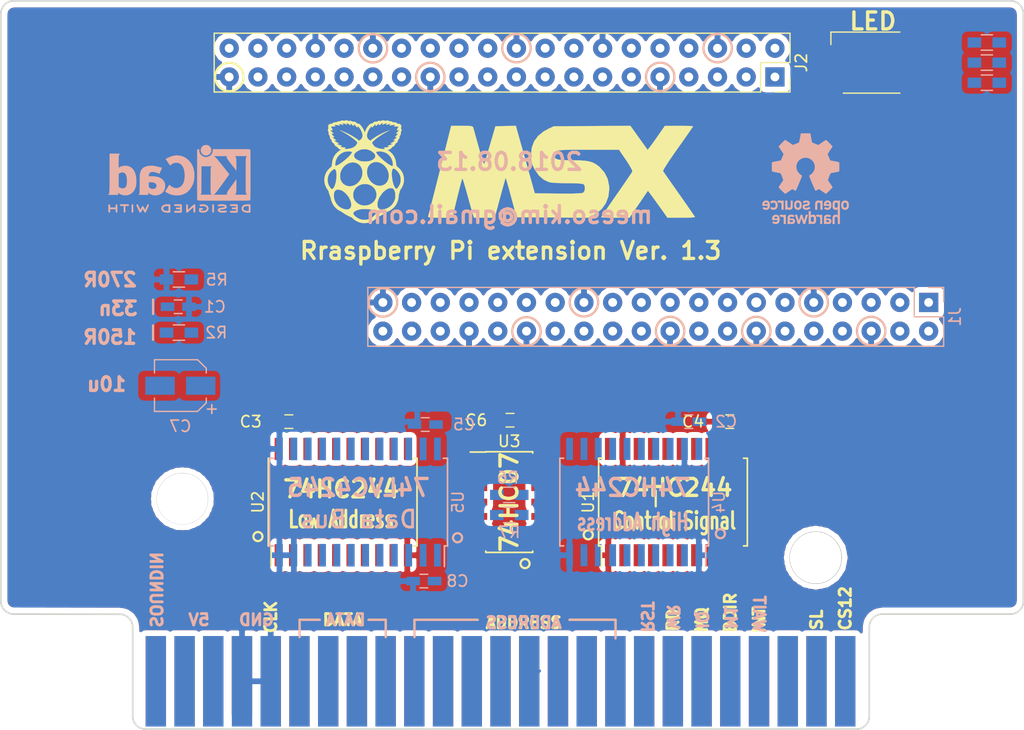
<source format=kicad_pcb>
(kicad_pcb (version 4) (host pcbnew 4.0.7)
  (layers (0 F.Cu mixed hide) (31 B.Cu mixed hide) (34 B.Paste user hide) (35 F.Paste user hide) (36 B.SilkS user) (37 F.SilkS user) (38 B.Mask user hide) (39 F.Mask user hide) (44 Edge.Cuts user))
  (net 0 "")
  (net 1 GND)
  (net 2 +5V)
  (net 3 /RD3)
  (net 4 /RD4)
  (net 5 /RD6)
  (net 6 /RD7)
  (net 7 /RD0)
  (net 8 /RD1)
  (net 9 /RD2)
  (net 10 /RD5)
  (net 11 /WAIT)
  (net 12 /INT)
  (net 13 /BUSDIR)
  (net 14 /IORQ)
  (net 15 /MREQ)
  (net 16 /WR)
  (net 17 /RD)
  (net 18 /RESET)
  (net 19 /A9)
  (net 20 /A15)
  (net 21 /A11)
  (net 22 /A10)
  (net 23 /A7)
  (net 24 /A6)
  (net 25 /A12)
  (net 26 /A8)
  (net 27 /A14)
  (net 28 /A13)
  (net 29 /A1)
  (net 30 /A0)
  (net 31 /A3)
  (net 32 /A2)
  (net 33 /A5)
  (net 34 /A4)
  (net 35 /D1)
  (net 36 /D0)
  (net 37 /D3)
  (net 38 /D2)
  (net 39 /D5)
  (net 40 /D4)
  (net 41 /D7)
  (net 42 /D6)
  (net 43 /CLK)
  (net 44 +3V3)
  (net 45 "Net-(P1-Pad5)")
  (net 46 "Net-(P1-Pad16)")
  (net 47 /RA8)
  (net 48 /RA10)
  (net 49 /RA11)
  (net 50 /RA15)
  (net 51 /RA12)
  (net 52 /RA9)
  (net 53 /RA13)
  (net 54 /RA14)
  (net 55 "Net-(P1-Pad1)")
  (net 56 "Net-(P1-Pad2)")
  (net 57 "Net-(P1-Pad3)")
  (net 58 /SLTSL)
  (net 59 "Net-(P1-Pad6)")
  (net 60 "Net-(P1-Pad44)")
  (net 61 "Net-(P1-Pad48)")
  (net 62 "Net-(P1-Pad50)")
  (net 63 /M1)
  (net 64 /RC17)
  (net 65 /RC18)
  (net 66 /RC27)
  (net 67 /RC23)
  (net 68 /RC24)
  (net 69 /RC25)
  (net 70 /RC19)
  (net 71 /RC16)
  (net 72 /RC26)
  (net 73 /RC20)
  (net 74 /SOUNDIN)
  (net 75 "Net-(D1-Pad4)")
  (net 76 "Net-(D1-Pad5)")
  (net 77 "Net-(D1-Pad6)")
  (net 78 /DAT_EN)
  (net 79 /DAT_DIR)
  (net 80 "Net-(U4-Pad8)")
  (net 81 "Net-(U4-Pad9)")
  (net 82 "Net-(U4-Pad12)")
  (net 83 /RC21)
  (net 84 /ADDR)
  (net 85 "Net-(J2-Pad2)")
  (net 86 "Net-(J2-Pad4)")
  (net 87 "Net-(C6-Pad1)")
  (module MSX:card_edge_connector (layer F.Cu) (at 156.21 106.68)
    (fp_text reference P1 hide)
    (fp_text value CONN_02X25)
    (pad "" np_thru_hole circle (at 29.12364 -7.78256) (size 4.5 4.5) (drill 4.5) (layers *.Cu *.Mask F.SilkS) (clearance 0.5))
    (pad 1 connect rect (at 31.73984 3.14744) (size 1.8 8) (layers B.Cu B.Mask) (net 55 "Net-(P1-Pad1)"))
    (pad 2 connect rect (at 31.73984 3.14744) (size 1.8 8) (layers F.Cu F.Mask) (net 56 "Net-(P1-Pad2)"))
    (pad 3 connect rect (at 29.19984 3.14744) (size 1.8 8) (layers B.Cu B.Mask) (net 57 "Net-(P1-Pad3)"))
    (pad 4 connect rect (at 29.19984 3.14744) (size 1.8 8) (layers F.Cu F.Mask) (net 58 /SLTSL))
    (pad 5 connect rect (at 26.65984 3.14744) (size 1.8 8) (layers B.Cu B.Mask) (net 45 "Net-(P1-Pad5)"))
    (pad 6 connect rect (at 26.65984 3.14744) (size 1.8 8) (layers F.Cu F.Mask) (net 59 "Net-(P1-Pad6)"))
    (pad 7 connect rect (at 24.11984 3.14744) (size 1.8 8) (layers B.Cu B.Mask) (net 11 /WAIT))
    (pad 8 connect rect (at 24.11984 3.14744) (size 1.8 8) (layers F.Cu F.Mask) (net 12 /INT))
    (pad 9 connect rect (at 21.57984 3.14744) (size 1.8 8) (layers B.Cu B.Mask) (net 63 /M1))
    (pad 10 connect rect (at 21.57984 3.14744) (size 1.8 8) (layers F.Cu F.Mask) (net 13 /BUSDIR))
    (pad 11 connect rect (at 19.03984 3.14744) (size 1.8 8) (layers B.Cu B.Mask) (net 14 /IORQ))
    (pad 12 connect rect (at 19.03984 3.14744) (size 1.8 8) (layers F.Cu F.Mask) (net 15 /MREQ))
    (pad 13 connect rect (at 16.49984 3.14744) (size 1.8 8) (layers B.Cu B.Mask) (net 16 /WR))
    (pad 14 connect rect (at 16.49984 3.14744) (size 1.8 8) (layers F.Cu F.Mask) (net 17 /RD))
    (pad 15 connect rect (at 13.95984 3.14744) (size 1.8 8) (layers B.Cu B.Mask) (net 18 /RESET))
    (pad 16 connect rect (at 13.95984 3.14744) (size 1.8 8) (layers F.Cu F.Mask) (net 46 "Net-(P1-Pad16)"))
    (pad 17 connect rect (at 11.41984 3.14744) (size 1.8 8) (layers B.Cu B.Mask) (net 19 /A9))
    (pad 18 connect rect (at 11.41984 3.14744) (size 1.8 8) (layers F.Cu F.Mask) (net 20 /A15))
    (pad 19 connect rect (at 8.87984 3.14744) (size 1.8 8) (layers B.Cu B.Mask) (net 21 /A11))
    (pad 20 connect rect (at 8.87984 3.14744) (size 1.8 8) (layers F.Cu F.Mask) (net 22 /A10))
    (pad 21 connect rect (at 6.33984 3.14744) (size 1.8 8) (layers B.Cu B.Mask) (net 23 /A7))
    (pad 22 connect rect (at 6.33984 3.14744) (size 1.8 8) (layers F.Cu F.Mask) (net 24 /A6))
    (pad 23 connect rect (at 3.79984 3.14744) (size 1.8 8) (layers B.Cu B.Mask) (net 25 /A12))
    (pad 24 connect rect (at 3.79984 3.14744) (size 1.8 8) (layers F.Cu F.Mask) (net 26 /A8))
    (pad 25 connect rect (at 1.25984 3.14744) (size 1.8 8) (layers B.Cu B.Mask) (net 27 /A14))
    (pad 26 connect rect (at 1.25984 3.14744) (size 1.8 8) (layers F.Cu F.Mask) (net 28 /A13))
    (pad 27 connect rect (at -1.28016 3.14744) (size 1.8 8) (layers B.Cu B.Mask) (net 29 /A1))
    (pad 28 connect rect (at -1.28016 3.14744) (size 1.8 8) (layers F.Cu F.Mask) (net 30 /A0))
    (pad 29 connect rect (at -3.82016 3.14744) (size 1.8 8) (layers B.Cu B.Mask) (net 31 /A3))
    (pad 30 connect rect (at -3.82016 3.14744) (size 1.8 8) (layers F.Cu F.Mask) (net 32 /A2))
    (pad 31 connect rect (at -6.36016 3.14744) (size 1.8 8) (layers B.Cu B.Mask) (net 33 /A5))
    (pad 32 connect rect (at -6.36016 3.14744) (size 1.8 8) (layers F.Cu F.Mask) (net 34 /A4))
    (pad 33 connect rect (at -8.90016 3.14744) (size 1.8 8) (layers B.Cu B.Mask) (net 35 /D1))
    (pad 34 connect rect (at -8.90016 3.14744) (size 1.8 8) (layers F.Cu F.Mask) (net 36 /D0))
    (pad 35 connect rect (at -11.44016 3.14744) (size 1.8 8) (layers B.Cu B.Mask) (net 37 /D3))
    (pad 36 connect rect (at -11.44016 3.14744) (size 1.8 8) (layers F.Cu F.Mask) (net 38 /D2))
    (pad 37 connect rect (at -13.98016 3.14744) (size 1.8 8) (layers B.Cu B.Mask) (net 39 /D5))
    (pad 38 connect rect (at -13.98016 3.14744) (size 1.8 8) (layers F.Cu F.Mask) (net 40 /D4))
    (pad 39 connect rect (at -16.52016 3.14744) (size 1.8 8) (layers B.Cu B.Mask) (net 41 /D7))
    (pad 40 connect rect (at -16.52016 3.14744) (size 1.8 8) (layers F.Cu F.Mask) (net 42 /D6))
    (pad 41 connect rect (at -19.06016 3.14744) (size 1.8 8) (layers B.Cu B.Mask) (net 1 GND))
    (pad 42 connect rect (at -19.06016 3.14744) (size 1.8 8) (layers F.Cu F.Mask) (net 43 /CLK))
    (pad 43 connect rect (at -21.60016 3.14744) (size 1.8 8) (layers B.Cu B.Mask) (net 1 GND))
    (pad 44 connect rect (at -21.60524 2.65468) (size 1.8 7) (layers F.Cu F.Mask) (net 60 "Net-(P1-Pad44)"))
    (pad 45 connect rect (at -24.14016 3.14744) (size 1.8 8) (layers B.Cu B.Mask) (net 2 +5V))
    (pad 46 connect rect (at -24.14016 3.14744) (size 1.8 8) (layers F.Cu F.Mask) (net 60 "Net-(P1-Pad44)"))
    (pad 47 connect rect (at -26.68016 3.14744) (size 1.8 8) (layers B.Cu B.Mask) (net 2 +5V))
    (pad 48 connect rect (at -26.68016 3.14744) (size 1.8 8) (layers F.Cu F.Mask) (net 61 "Net-(P1-Pad48)"))
    (pad 49 connect rect (at -29.22016 3.14744) (size 1.8 8) (layers B.Cu B.Mask) (net 74 /SOUNDIN))
    (pad 50 connect rect (at -29.22016 3.14744) (size 1.8 8) (layers F.Cu F.Mask) (net 62 "Net-(P1-Pad50)"))
    (pad "" np_thru_hole circle (at -26.87574 -12.98448) (size 4.5 4.5) (drill 4.5) (layers *.Cu *.Mask F.SilkS) (clearance 0.5))
  )
  (module Socket_Strips:Socket_Strip_Straight_2x20_Pitch2.54mm (layer F.Cu) (at 181.737 56.388 270)
    (fp_text reference J2 (at -1.27 -2.33 270) (layer F.SilkS))
    (fp_text value RPi_GPIO)
    (pad 1 thru_hole rect (at 0 0 270) (size 1.7 1.7) (drill 0.78) (layers *.Cu *.Mask) (net 44 +3V3))
    (pad 2 thru_hole oval (at -2.54 0 270) (size 1.7 1.7) (drill 0.78) (layers *.Cu *.Mask) (net 85 "Net-(J2-Pad2)"))
    (pad 3 thru_hole oval (at 0 2.54 270) (size 1.7 1.7) (drill 0.78) (layers *.Cu *.Mask) (net 9 /RD2))
    (pad 4 thru_hole oval (at -2.54 2.54 270) (size 1.7 1.7) (drill 0.78) (layers *.Cu *.Mask) (net 86 "Net-(J2-Pad4)"))
    (pad 5 thru_hole oval (at 0 5.08 270) (size 1.7 1.7) (drill 0.78) (layers *.Cu *.Mask) (net 3 /RD3))
    (pad 6 thru_hole oval (at -2.54 5.08 270) (size 1.7 1.7) (drill 0.78) (layers *.Cu *.Mask) (net 1 GND))
    (pad 7 thru_hole oval (at 0 7.62 270) (size 1.7 1.7) (drill 0.78) (layers *.Cu *.Mask) (net 4 /RD4))
    (pad 8 thru_hole oval (at -2.54 7.62 270) (size 1.7 1.7) (drill 0.78) (layers *.Cu *.Mask) (net 54 /RA14))
    (pad 9 thru_hole oval (at 0 10.16 270) (size 1.7 1.7) (drill 0.78) (layers *.Cu *.Mask) (net 1 GND))
    (pad 10 thru_hole oval (at -2.54 10.16 270) (size 1.7 1.7) (drill 0.78) (layers *.Cu *.Mask) (net 50 /RA15))
    (pad 11 thru_hole oval (at 0 12.7 270) (size 1.7 1.7) (drill 0.78) (layers *.Cu *.Mask) (net 64 /RC17))
    (pad 12 thru_hole oval (at -2.54 12.7 270) (size 1.7 1.7) (drill 0.78) (layers *.Cu *.Mask) (net 65 /RC18))
    (pad 13 thru_hole oval (at 0 15.24 270) (size 1.7 1.7) (drill 0.78) (layers *.Cu *.Mask) (net 66 /RC27))
    (pad 14 thru_hole oval (at -2.54 15.24 270) (size 1.7 1.7) (drill 0.78) (layers *.Cu *.Mask) (net 1 GND))
    (pad 15 thru_hole oval (at 0 17.78 270) (size 1.7 1.7) (drill 0.78) (layers *.Cu *.Mask) (net 84 /ADDR))
    (pad 16 thru_hole oval (at -2.54 17.78 270) (size 1.7 1.7) (drill 0.78) (layers *.Cu *.Mask) (net 67 /RC23))
    (pad 17 thru_hole oval (at 0 20.32 270) (size 1.7 1.7) (drill 0.78) (layers *.Cu *.Mask) (net 44 +3V3))
    (pad 18 thru_hole oval (at -2.54 20.32 270) (size 1.7 1.7) (drill 0.78) (layers *.Cu *.Mask) (net 68 /RC24))
    (pad 19 thru_hole oval (at 0 22.86 270) (size 1.7 1.7) (drill 0.78) (layers *.Cu *.Mask) (net 48 /RA10))
    (pad 20 thru_hole oval (at -2.54 22.86 270) (size 1.7 1.7) (drill 0.78) (layers *.Cu *.Mask) (net 1 GND))
    (pad 21 thru_hole oval (at 0 25.4 270) (size 1.7 1.7) (drill 0.78) (layers *.Cu *.Mask) (net 52 /RA9))
    (pad 22 thru_hole oval (at -2.54 25.4 270) (size 1.7 1.7) (drill 0.78) (layers *.Cu *.Mask) (net 69 /RC25))
    (pad 23 thru_hole oval (at 0 27.94 270) (size 1.7 1.7) (drill 0.78) (layers *.Cu *.Mask) (net 49 /RA11))
    (pad 24 thru_hole oval (at -2.54 27.94 270) (size 1.7 1.7) (drill 0.78) (layers *.Cu *.Mask) (net 47 /RA8))
    (pad 25 thru_hole oval (at 0 30.48 270) (size 1.7 1.7) (drill 0.78) (layers *.Cu *.Mask) (net 1 GND))
    (pad 26 thru_hole oval (at -2.54 30.48 270) (size 1.7 1.7) (drill 0.78) (layers *.Cu *.Mask) (net 6 /RD7))
    (pad 27 thru_hole oval (at 0 33.02 270) (size 1.7 1.7) (drill 0.78) (layers *.Cu *.Mask) (net 7 /RD0))
    (pad 28 thru_hole oval (at -2.54 33.02 270) (size 1.7 1.7) (drill 0.78) (layers *.Cu *.Mask) (net 8 /RD1))
    (pad 29 thru_hole oval (at 0 35.56 270) (size 1.7 1.7) (drill 0.78) (layers *.Cu *.Mask) (net 10 /RD5))
    (pad 30 thru_hole oval (at -2.54 35.56 270) (size 1.7 1.7) (drill 0.78) (layers *.Cu *.Mask) (net 1 GND))
    (pad 31 thru_hole oval (at 0 38.1 270) (size 1.7 1.7) (drill 0.78) (layers *.Cu *.Mask) (net 5 /RD6))
    (pad 32 thru_hole oval (at -2.54 38.1 270) (size 1.7 1.7) (drill 0.78) (layers *.Cu *.Mask) (net 51 /RA12))
    (pad 33 thru_hole oval (at 0 40.64 270) (size 1.7 1.7) (drill 0.78) (layers *.Cu *.Mask) (net 53 /RA13))
    (pad 34 thru_hole oval (at -2.54 40.64 270) (size 1.7 1.7) (drill 0.78) (layers *.Cu *.Mask) (net 1 GND))
    (pad 35 thru_hole oval (at 0 43.18 270) (size 1.7 1.7) (drill 0.78) (layers *.Cu *.Mask) (net 70 /RC19))
    (pad 36 thru_hole oval (at -2.54 43.18 270) (size 1.7 1.7) (drill 0.78) (layers *.Cu *.Mask) (net 71 /RC16))
    (pad 37 thru_hole oval (at 0 45.72 270) (size 1.7 1.7) (drill 0.78) (layers *.Cu *.Mask) (net 72 /RC26))
    (pad 38 thru_hole oval (at -2.54 45.72 270) (size 1.7 1.7) (drill 0.78) (layers *.Cu *.Mask) (net 73 /RC20))
    (pad 39 thru_hole oval (at 0 48.26 270) (size 1.7 1.7) (drill 0.78) (layers *.Cu *.Mask) (net 1 GND))
    (pad 40 thru_hole oval (at -2.54 48.26 270) (size 1.7 1.7) (drill 0.78) (layers *.Cu *.Mask) (net 83 /RC21))
  )
  (module Socket_Strips:Socket_Strip_Straight_2x20_Pitch2.54mm (layer B.Cu) (at 195.326 76.327 90)
    (fp_text reference J1 (at -1.27 2.33 90) (layer B.SilkS) (effects (justify mirror)))
    (fp_text value RPi_GPIO)
    (pad 1 thru_hole rect (at 0 0 90) (size 1.7 1.7) (drill 0.78) (layers *.Cu *.Mask) (net 44 +3V3))
    (pad 2 thru_hole oval (at -2.54 0 90) (size 1.7 1.7) (drill 0.78) (layers *.Cu *.Mask) (net 2 +5V))
    (pad 3 thru_hole oval (at 0 -2.54 90) (size 1.7 1.7) (drill 0.78) (layers *.Cu *.Mask) (net 9 /RD2))
    (pad 4 thru_hole oval (at -2.54 -2.54 90) (size 1.7 1.7) (drill 0.78) (layers *.Cu *.Mask) (net 2 +5V))
    (pad 5 thru_hole oval (at 0 -5.08 90) (size 1.7 1.7) (drill 0.78) (layers *.Cu *.Mask) (net 3 /RD3))
    (pad 6 thru_hole oval (at -2.54 -5.08 90) (size 1.7 1.7) (drill 0.78) (layers *.Cu *.Mask) (net 1 GND))
    (pad 7 thru_hole oval (at 0 -7.62 90) (size 1.7 1.7) (drill 0.78) (layers *.Cu *.Mask) (net 4 /RD4))
    (pad 8 thru_hole oval (at -2.54 -7.62 90) (size 1.7 1.7) (drill 0.78) (layers *.Cu *.Mask) (net 54 /RA14))
    (pad 9 thru_hole oval (at 0 -10.16 90) (size 1.7 1.7) (drill 0.78) (layers *.Cu *.Mask) (net 1 GND))
    (pad 10 thru_hole oval (at -2.54 -10.16 90) (size 1.7 1.7) (drill 0.78) (layers *.Cu *.Mask) (net 50 /RA15))
    (pad 11 thru_hole oval (at 0 -12.7 90) (size 1.7 1.7) (drill 0.78) (layers *.Cu *.Mask) (net 64 /RC17))
    (pad 12 thru_hole oval (at -2.54 -12.7 90) (size 1.7 1.7) (drill 0.78) (layers *.Cu *.Mask) (net 65 /RC18))
    (pad 13 thru_hole oval (at 0 -15.24 90) (size 1.7 1.7) (drill 0.9) (layers *.Cu *.Mask) (net 66 /RC27))
    (pad 14 thru_hole oval (at -2.54 -15.24 90) (size 1.7 1.7) (drill 0.78) (layers *.Cu *.Mask) (net 1 GND))
    (pad 15 thru_hole oval (at 0 -17.78 90) (size 1.7 1.7) (drill 0.78) (layers *.Cu *.Mask) (net 84 /ADDR))
    (pad 16 thru_hole oval (at -2.54 -17.78 90) (size 1.7 1.7) (drill 0.78) (layers *.Cu *.Mask) (net 67 /RC23))
    (pad 17 thru_hole oval (at 0 -20.32 90) (size 1.7 1.7) (drill 0.78) (layers *.Cu *.Mask) (net 44 +3V3))
    (pad 18 thru_hole oval (at -2.54 -20.32 90) (size 1.7 1.7) (drill 0.78) (layers *.Cu *.Mask) (net 68 /RC24))
    (pad 19 thru_hole oval (at 0 -22.86 90) (size 1.7 1.7) (drill 0.78) (layers *.Cu *.Mask) (net 48 /RA10))
    (pad 20 thru_hole oval (at -2.54 -22.86 90) (size 1.7 1.7) (drill 0.78) (layers *.Cu *.Mask) (net 1 GND))
    (pad 21 thru_hole oval (at 0 -25.4 90) (size 1.7 1.7) (drill 0.78) (layers *.Cu *.Mask) (net 52 /RA9))
    (pad 22 thru_hole oval (at -2.54 -25.4 90) (size 1.7 1.7) (drill 0.78) (layers *.Cu *.Mask) (net 69 /RC25))
    (pad 23 thru_hole oval (at 0 -27.94 90) (size 1.7 1.7) (drill 0.78) (layers *.Cu *.Mask) (net 49 /RA11))
    (pad 24 thru_hole oval (at -2.54 -27.94 90) (size 1.7 1.7) (drill 0.78) (layers *.Cu *.Mask) (net 47 /RA8))
    (pad 25 thru_hole oval (at 0 -30.48 90) (size 1.7 1.7) (drill 0.78) (layers *.Cu *.Mask) (net 1 GND))
    (pad 26 thru_hole oval (at -2.54 -30.48 90) (size 1.7 1.7) (drill 0.78) (layers *.Cu *.Mask) (net 6 /RD7))
    (pad 27 thru_hole oval (at 0 -33.02 90) (size 1.7 1.7) (drill 0.78) (layers *.Cu *.Mask) (net 7 /RD0))
    (pad 28 thru_hole oval (at -2.54 -33.02 90) (size 1.7 1.7) (drill 0.78) (layers *.Cu *.Mask) (net 8 /RD1))
    (pad 29 thru_hole oval (at 0 -35.56 90) (size 1.7 1.7) (drill 0.78) (layers *.Cu *.Mask) (net 10 /RD5))
    (pad 30 thru_hole oval (at -2.54 -35.56 90) (size 1.7 1.7) (drill 0.78) (layers *.Cu *.Mask) (net 1 GND))
    (pad 31 thru_hole oval (at 0 -38.1 90) (size 1.7 1.7) (drill 0.78) (layers *.Cu *.Mask) (net 5 /RD6))
    (pad 32 thru_hole oval (at -2.54 -38.1 90) (size 1.7 1.7) (drill 0.78) (layers *.Cu *.Mask) (net 51 /RA12))
    (pad 33 thru_hole oval (at 0 -40.64 90) (size 1.7 1.7) (drill 0.78) (layers *.Cu *.Mask) (net 53 /RA13))
    (pad 34 thru_hole oval (at -2.54 -40.64 90) (size 1.7 1.7) (drill 0.78) (layers *.Cu *.Mask) (net 1 GND))
    (pad 35 thru_hole oval (at 0 -43.18 90) (size 1.7 1.7) (drill 0.78) (layers *.Cu *.Mask) (net 70 /RC19))
    (pad 36 thru_hole oval (at -2.54 -43.18 90) (size 1.7 1.7) (drill 0.78) (layers *.Cu *.Mask) (net 71 /RC16))
    (pad 37 thru_hole oval (at 0 -45.72 90) (size 1.7 1.7) (drill 0.78) (layers *.Cu *.Mask) (net 72 /RC26))
    (pad 38 thru_hole oval (at -2.54 -45.72 90) (size 1.7 1.7) (drill 0.78) (layers *.Cu *.Mask) (net 73 /RC20))
    (pad 39 thru_hole oval (at 0 -48.26 90) (size 1.7 1.7) (drill 0.78) (layers *.Cu *.Mask) (net 1 GND))
    (pad 40 thru_hole oval (at -2.54 -48.26 90) (size 1.7 1.7) (drill 0.78) (layers *.Cu *.Mask) (net 83 /RC21))
  )
  (module MSX:msx-logo (layer F.Cu) (at 162.814 64.77)
    (fp_text reference G*** hide)
    (fp_text value LOGO hide)
  )
  (module Resistors_SMD:R_0603_HandSoldering (layer B.Cu) (at 200.474 53.34 180)
    (fp_text reference R1 hide)
    (fp_text value R hide)
    (pad 1 smd rect (at -1.1 0 180) (size 1.2 0.9) (layers B.Cu B.Paste B.Mask) (net 77 "Net-(D1-Pad6)"))
    (pad 2 smd rect (at 1.1 0 180) (size 1.2 0.9) (layers B.Cu B.Paste B.Mask) (net 44 +3V3))
  )
  (module Resistors_SMD:R_0603_HandSoldering (layer B.Cu) (at 129.032 78.994 180)
    (fp_text reference R2 (at -3.302 0 180) (layer B.SilkS) (effects (justify mirror)))
    (fp_text value R)
    (pad 1 smd rect (at -1.1 0 180) (size 1.2 0.9) (layers B.Cu B.Paste B.Mask) (net 76 "Net-(D1-Pad5)"))
    (pad 2 smd rect (at 1.1 0 180) (size 1.2 0.9) (layers B.Cu B.Paste B.Mask) (net 44 +3V3))
  )
  (module Capacitors_SMD:C_0603_HandSoldering (layer F.Cu) (at 138.75 86.868)
    (fp_text reference C3 (at -3.368 0) (layer F.SilkS))
    (fp_text value C)
    (pad 1 smd rect (at -0.95 0) (size 1.2 0.75) (layers F.Cu F.Paste F.Mask) (net 44 +3V3))
    (pad 2 smd rect (at 0.95 0) (size 1.2 0.75) (layers F.Cu F.Paste F.Mask) (net 1 GND))
  )
  (module Capacitors_SMD:C_0603_HandSoldering (layer F.Cu) (at 177.734 86.868 180)
    (fp_text reference C4 (at 3.236 0 180) (layer F.SilkS))
    (fp_text value C)
    (pad 1 smd rect (at -0.95 0 180) (size 1.2 0.75) (layers F.Cu F.Paste F.Mask) (net 44 +3V3))
    (pad 2 smd rect (at 0.95 0 180) (size 1.2 0.75) (layers F.Cu F.Paste F.Mask) (net 1 GND))
  )
  (module Capacitors_SMD:C_0603_HandSoldering (layer B.Cu) (at 150.815 87.122)
    (fp_text reference C5 (at 3.429 0) (layer B.SilkS) (effects (justify mirror)))
    (fp_text value C)
    (pad 1 smd rect (at -0.95 0) (size 1.2 0.75) (layers B.Cu B.Paste B.Mask) (net 44 +3V3))
    (pad 2 smd rect (at 0.95 0) (size 1.2 0.75) (layers B.Cu B.Paste B.Mask) (net 1 GND))
  )
  (module Capacitors_SMD:C_0603_HandSoldering (layer F.Cu) (at 158.308 86.741 180)
    (fp_text reference C6 (at 2.987 0 180) (layer F.SilkS))
    (fp_text value C)
    (pad 1 smd rect (at -0.95 0 180) (size 1.2 0.75) (layers F.Cu F.Paste F.Mask) (net 87 "Net-(C6-Pad1)"))
    (pad 2 smd rect (at 0.95 0 180) (size 1.2 0.75) (layers F.Cu F.Paste F.Mask) (net 1 GND))
  )
  (module LEDs:LED_RGB_5050-6 (layer F.Cu) (at 190.284 55.118)
    (fp_text reference D1 hide)
    (fp_text value LED_RGB)
    (pad 1 smd rect (at -2.4 -1.7 90) (size 1.1 2) (layers F.Cu F.Paste F.Mask) (net 78 /DAT_EN))
    (pad 2 smd rect (at -2.4 0 90) (size 1.1 2) (layers F.Cu F.Paste F.Mask) (net 58 /SLTSL))
    (pad 3 smd rect (at -2.4 1.7 90) (size 1.1 2) (layers F.Cu F.Paste F.Mask) (net 79 /DAT_DIR))
    (pad 4 smd rect (at 2.4 1.7 90) (size 1.1 2) (layers F.Cu F.Paste F.Mask) (net 75 "Net-(D1-Pad4)"))
    (pad 5 smd rect (at 2.4 0 90) (size 1.1 2) (layers F.Cu F.Paste F.Mask) (net 76 "Net-(D1-Pad5)"))
    (pad 6 smd rect (at 2.4 -1.7 90) (size 1.1 2) (layers F.Cu F.Paste F.Mask) (net 77 "Net-(D1-Pad6)"))
  )
  (module Resistors_SMD:R_0603_HandSoldering (layer B.Cu) (at 200.474 55.118 180)
    (fp_text reference R3 hide)
    (fp_text value R hide)
    (pad 1 smd rect (at -1.1 0 180) (size 1.2 0.9) (layers B.Cu B.Paste B.Mask) (net 75 "Net-(D1-Pad4)"))
    (pad 2 smd rect (at 1.1 0 180) (size 1.2 0.9) (layers B.Cu B.Paste B.Mask) (net 44 +3V3))
  )
  (module Resistors_SMD:R_0603_HandSoldering (layer B.Cu) (at 200.474 56.896 180)
    (fp_text reference R4 hide)
    (fp_text value R)
    (pad 1 smd rect (at -1.1 0 180) (size 1.2 0.9) (layers B.Cu B.Paste B.Mask) (net 65 /RC18))
    (pad 2 smd rect (at 1.1 0 180) (size 1.2 0.9) (layers B.Cu B.Paste B.Mask) (net 87 "Net-(C6-Pad1)"))
  )
  (module Resistors_SMD:R_0603_HandSoldering (layer B.Cu) (at 129.032 74.295 180)
    (fp_text reference R5 (at -3.3528 -0.0254 180) (layer B.SilkS) (effects (justify mirror)))
    (fp_text value R)
    (pad 1 smd rect (at -1.1 0 180) (size 1.2 0.9) (layers B.Cu B.Paste B.Mask) (net 87 "Net-(C6-Pad1)"))
    (pad 2 smd rect (at 1.1 0 180) (size 1.2 0.9) (layers B.Cu B.Paste B.Mask) (net 1 GND))
  )
  (module msx:raspberry_pi_logo (layer F.Cu) (at 145.415 64.77)
    (fp_text reference G1 hide)
    (fp_text value LOGO hide)
  )
  (module Symbols:KiCad-Logo2_6mm_SilkScreen (layer B.Cu) (at 129.0828 65.3796 180)
    (fp_text reference REF3 hide)
    (fp_text value KiCad-Logo2_6mm_SilkScreen hide)
  )
  (module Symbols:OSHW-Logo_7.5x8mm_SilkScreen (layer B.Cu) (at 184.4548 65.3796 180)
    (fp_text reference REF2 hide)
    (fp_text value OSHW-Logo_7.5x8mm_SilkScreen hide)
  )
  (module Housings_SOIC:SOIC-20W_7.5x12.8mm_Pitch1.27mm (layer B.Cu) (at 169.291 93.98 90)
    (fp_text reference U4 (at 0 7.5 90) (layer B.SilkS) (effects (justify mirror)))
    (fp_text value 74HC244)
    (pad 1 smd rect (at -4.7 5.715 90) (size 1.95 0.6) (layers B.Cu B.Paste B.Mask) (net 1 GND))
    (pad 2 smd rect (at -4.7 4.445 90) (size 1.95 0.6) (layers B.Cu B.Paste B.Mask) (net 18 /RESET))
    (pad 3 smd rect (at -4.7 3.175 90) (size 1.95 0.6) (layers B.Cu B.Paste B.Mask) (net 70 /RC19))
    (pad 4 smd rect (at -4.7 1.905 90) (size 1.95 0.6) (layers B.Cu B.Paste B.Mask) (net 16 /WR))
    (pad 5 smd rect (at -4.7 0.635 90) (size 1.95 0.6) (layers B.Cu B.Paste B.Mask) (net 72 /RC26))
    (pad 6 smd rect (at -4.7 -0.635 90) (size 1.95 0.6) (layers B.Cu B.Paste B.Mask) (net 17 /RD))
    (pad 7 smd rect (at -4.7 -1.905 90) (size 1.95 0.6) (layers B.Cu B.Paste B.Mask) (net 64 /RC17))
    (pad 8 smd rect (at -4.7 -3.175 90) (size 1.95 0.6) (layers B.Cu B.Paste B.Mask) (net 80 "Net-(U4-Pad8)"))
    (pad 9 smd rect (at -4.7 -4.445 90) (size 1.95 0.6) (layers B.Cu B.Paste B.Mask) (net 81 "Net-(U4-Pad9)"))
    (pad 10 smd rect (at -4.7 -5.715 90) (size 1.95 0.6) (layers B.Cu B.Paste B.Mask) (net 1 GND))
    (pad 11 smd rect (at 4.7 -5.715 90) (size 1.95 0.6) (layers B.Cu B.Paste B.Mask) (net 63 /M1))
    (pad 12 smd rect (at 4.7 -4.445 90) (size 1.95 0.6) (layers B.Cu B.Paste B.Mask) (net 82 "Net-(U4-Pad12)"))
    (pad 13 smd rect (at 4.7 -3.175 90) (size 1.95 0.6) (layers B.Cu B.Paste B.Mask) (net 58 /SLTSL))
    (pad 14 smd rect (at 4.7 -1.905 90) (size 1.95 0.6) (layers B.Cu B.Paste B.Mask) (net 73 /RC20))
    (pad 15 smd rect (at 4.7 -0.635 90) (size 1.95 0.6) (layers B.Cu B.Paste B.Mask) (net 15 /MREQ))
    (pad 16 smd rect (at 4.7 0.635 90) (size 1.95 0.6) (layers B.Cu B.Paste B.Mask) (net 66 /RC27))
    (pad 17 smd rect (at 4.7 1.905 90) (size 1.95 0.6) (layers B.Cu B.Paste B.Mask) (net 14 /IORQ))
    (pad 18 smd rect (at 4.7 3.175 90) (size 1.95 0.6) (layers B.Cu B.Paste B.Mask) (net 71 /RC16))
    (pad 19 smd rect (at 4.7 4.445 90) (size 1.95 0.6) (layers B.Cu B.Paste B.Mask) (net 1 GND))
    (pad 20 smd rect (at 4.7 5.715 90) (size 1.95 0.6) (layers B.Cu B.Paste B.Mask) (net 44 +3V3))
  )
  (module Resistors_SMD:R_0603_HandSoldering (layer B.Cu) (at 158.242 95.123 180)
    (fp_text reference R6 (at 0.127 3.302 180) (layer B.SilkS) (effects (justify mirror)))
    (fp_text value R)
    (pad 1 smd rect (at -1.1 0 180) (size 1.2 0.9) (layers B.Cu B.Paste B.Mask) (net 44 +3V3))
    (pad 2 smd rect (at 1.1 0 180) (size 1.2 0.9) (layers B.Cu B.Paste B.Mask) (net 78 /DAT_EN))
  )
  (module Resistors_SMD:R_0603_HandSoldering (layer B.Cu) (at 158.242 93.345)
    (fp_text reference R7 (at 0 3.302) (layer B.SilkS) (effects (justify mirror)))
    (fp_text value R)
    (pad 1 smd rect (at -1.1 0) (size 1.2 0.9) (layers B.Cu B.Paste B.Mask) (net 44 +3V3))
    (pad 2 smd rect (at 1.1 0) (size 1.2 0.9) (layers B.Cu B.Paste B.Mask) (net 79 /DAT_DIR))
  )
  (module Housings_SOIC:SOIC-24W_7.5x15.4mm_Pitch1.27mm (layer B.Cu) (at 144.907 93.981 90)
    (fp_text reference U5 (at 0 8.8 90) (layer B.SilkS) (effects (justify mirror)))
    (fp_text value LVC4245)
    (pad 1 smd rect (at -4.7 6.985 90) (size 2 0.6) (layers B.Cu B.Paste B.Mask) (net 2 +5V))
    (pad 2 smd rect (at -4.7 5.715 90) (size 2 0.6) (layers B.Cu B.Paste B.Mask) (net 79 /DAT_DIR))
    (pad 3 smd rect (at -4.7 4.445 90) (size 2 0.6) (layers B.Cu B.Paste B.Mask) (net 35 /D1))
    (pad 4 smd rect (at -4.7 3.175 90) (size 2 0.6) (layers B.Cu B.Paste B.Mask) (net 36 /D0))
    (pad 5 smd rect (at -4.7 1.905 90) (size 2 0.6) (layers B.Cu B.Paste B.Mask) (net 37 /D3))
    (pad 6 smd rect (at -4.7 0.635 90) (size 2 0.6) (layers B.Cu B.Paste B.Mask) (net 38 /D2))
    (pad 7 smd rect (at -4.7 -0.635 90) (size 2 0.6) (layers B.Cu B.Paste B.Mask) (net 39 /D5))
    (pad 8 smd rect (at -4.7 -1.905 90) (size 2 0.6) (layers B.Cu B.Paste B.Mask) (net 40 /D4))
    (pad 9 smd rect (at -4.7 -3.175 90) (size 2 0.6) (layers B.Cu B.Paste B.Mask) (net 41 /D7))
    (pad 10 smd rect (at -4.7 -4.445 90) (size 2 0.6) (layers B.Cu B.Paste B.Mask) (net 42 /D6))
    (pad 11 smd rect (at -4.7 -5.715 90) (size 2 0.6) (layers B.Cu B.Paste B.Mask) (net 1 GND))
    (pad 12 smd rect (at -4.7 -6.985 90) (size 2 0.6) (layers B.Cu B.Paste B.Mask) (net 1 GND))
    (pad 13 smd rect (at 4.7 -6.985 90) (size 2 0.6) (layers B.Cu B.Paste B.Mask) (net 1 GND))
    (pad 14 smd rect (at 4.7 -5.715 90) (size 2 0.6) (layers B.Cu B.Paste B.Mask) (net 5 /RD6))
    (pad 15 smd rect (at 4.7 -4.445 90) (size 2 0.6) (layers B.Cu B.Paste B.Mask) (net 6 /RD7))
    (pad 16 smd rect (at 4.7 -3.175 90) (size 2 0.6) (layers B.Cu B.Paste B.Mask) (net 4 /RD4))
    (pad 17 smd rect (at 4.7 -1.905 90) (size 2 0.6) (layers B.Cu B.Paste B.Mask) (net 10 /RD5))
    (pad 18 smd rect (at 4.7 -0.635 90) (size 2 0.6) (layers B.Cu B.Paste B.Mask) (net 9 /RD2))
    (pad 19 smd rect (at 4.7 0.635 90) (size 2 0.6) (layers B.Cu B.Paste B.Mask) (net 3 /RD3))
    (pad 20 smd rect (at 4.7 1.905 90) (size 2 0.6) (layers B.Cu B.Paste B.Mask) (net 7 /RD0))
    (pad 21 smd rect (at 4.7 3.175 90) (size 2 0.6) (layers B.Cu B.Paste B.Mask) (net 8 /RD1))
    (pad 22 smd rect (at 4.7 4.445 90) (size 2 0.6) (layers B.Cu B.Paste B.Mask) (net 78 /DAT_EN))
    (pad 23 smd rect (at 4.7 5.715 90) (size 2 0.6) (layers B.Cu B.Paste B.Mask) (net 44 +3V3))
    (pad 24 smd rect (at 4.7 6.985 90) (size 2 0.6) (layers B.Cu B.Paste B.Mask) (net 44 +3V3))
  )
  (module Housings_SOIC:SOIC-20W_7.5x12.8mm_Pitch1.27mm (layer F.Cu) (at 143.51 93.98 90)
    (fp_text reference U2 (at 0 -7.5 90) (layer F.SilkS))
    (fp_text value 74HC244)
    (pad 1 smd rect (at -4.7 -5.715 90) (size 1.95 0.6) (layers F.Cu F.Paste F.Mask) (net 84 /ADDR))
    (pad 2 smd rect (at -4.7 -4.445 90) (size 1.95 0.6) (layers F.Cu F.Paste F.Mask) (net 24 /A6))
    (pad 3 smd rect (at -4.7 -3.175 90) (size 1.95 0.6) (layers F.Cu F.Paste F.Mask) (net 9 /RD2))
    (pad 4 smd rect (at -4.7 -1.905 90) (size 1.95 0.6) (layers F.Cu F.Paste F.Mask) (net 23 /A7))
    (pad 5 smd rect (at -4.7 -0.635 90) (size 1.95 0.6) (layers F.Cu F.Paste F.Mask) (net 3 /RD3))
    (pad 6 smd rect (at -4.7 0.635 90) (size 1.95 0.6) (layers F.Cu F.Paste F.Mask) (net 34 /A4))
    (pad 7 smd rect (at -4.7 1.905 90) (size 1.95 0.6) (layers F.Cu F.Paste F.Mask) (net 7 /RD0))
    (pad 8 smd rect (at -4.7 3.175 90) (size 1.95 0.6) (layers F.Cu F.Paste F.Mask) (net 33 /A5))
    (pad 9 smd rect (at -4.7 4.445 90) (size 1.95 0.6) (layers F.Cu F.Paste F.Mask) (net 8 /RD1))
    (pad 10 smd rect (at -4.7 5.715 90) (size 1.95 0.6) (layers F.Cu F.Paste F.Mask) (net 1 GND))
    (pad 11 smd rect (at 4.7 5.715 90) (size 1.95 0.6) (layers F.Cu F.Paste F.Mask) (net 29 /A1))
    (pad 12 smd rect (at 4.7 4.445 90) (size 1.95 0.6) (layers F.Cu F.Paste F.Mask) (net 10 /RD5))
    (pad 13 smd rect (at 4.7 3.175 90) (size 1.95 0.6) (layers F.Cu F.Paste F.Mask) (net 30 /A0))
    (pad 14 smd rect (at 4.7 1.905 90) (size 1.95 0.6) (layers F.Cu F.Paste F.Mask) (net 4 /RD4))
    (pad 15 smd rect (at 4.7 0.635 90) (size 1.95 0.6) (layers F.Cu F.Paste F.Mask) (net 31 /A3))
    (pad 16 smd rect (at 4.7 -0.635 90) (size 1.95 0.6) (layers F.Cu F.Paste F.Mask) (net 6 /RD7))
    (pad 17 smd rect (at 4.7 -1.905 90) (size 1.95 0.6) (layers F.Cu F.Paste F.Mask) (net 32 /A2))
    (pad 18 smd rect (at 4.7 -3.175 90) (size 1.95 0.6) (layers F.Cu F.Paste F.Mask) (net 5 /RD6))
    (pad 19 smd rect (at 4.7 -4.445 90) (size 1.95 0.6) (layers F.Cu F.Paste F.Mask) (net 84 /ADDR))
    (pad 20 smd rect (at 4.7 -5.715 90) (size 1.95 0.6) (layers F.Cu F.Paste F.Mask) (net 44 +3V3))
  )
  (module Housings_SOIC:SOIC-14_3.9x8.7mm_Pitch1.27mm (layer F.Cu) (at 158.242 93.98)
    (fp_text reference U3 (at 0 -5.375) (layer F.SilkS))
    (fp_text value 74LS07)
    (pad 1 smd rect (at -2.7 -3.81) (size 1.5 0.6) (layers F.Cu F.Paste F.Mask) (net 67 /RC23))
    (pad 2 smd rect (at -2.7 -2.54) (size 1.5 0.6) (layers F.Cu F.Paste F.Mask) (net 12 /INT))
    (pad 3 smd rect (at -2.7 -1.27) (size 1.5 0.6) (layers F.Cu F.Paste F.Mask) (net 83 /RC21))
    (pad 4 smd rect (at -2.7 0) (size 1.5 0.6) (layers F.Cu F.Paste F.Mask) (net 13 /BUSDIR))
    (pad 5 smd rect (at -2.7 1.27) (size 1.5 0.6) (layers F.Cu F.Paste F.Mask) (net 84 /ADDR))
    (pad 6 smd rect (at -2.7 2.54) (size 1.5 0.6) (layers F.Cu F.Paste F.Mask) (net 78 /DAT_EN))
    (pad 7 smd rect (at -2.7 3.81) (size 1.5 0.6) (layers F.Cu F.Paste F.Mask) (net 1 GND))
    (pad 8 smd rect (at 2.7 3.81) (size 1.5 0.6) (layers F.Cu F.Paste F.Mask) (net 11 /WAIT))
    (pad 9 smd rect (at 2.7 2.54) (size 1.5 0.6) (layers F.Cu F.Paste F.Mask) (net 68 /RC24))
    (pad 10 smd rect (at 2.7 1.27) (size 1.5 0.6) (layers F.Cu F.Paste F.Mask) (net 79 /DAT_DIR))
    (pad 11 smd rect (at 2.7 0) (size 1.5 0.6) (layers F.Cu F.Paste F.Mask) (net 69 /RC25))
    (pad 12 smd rect (at 2.7 -1.27) (size 1.5 0.6) (layers F.Cu F.Paste F.Mask))
    (pad 13 smd rect (at 2.7 -2.54) (size 1.5 0.6) (layers F.Cu F.Paste F.Mask))
    (pad 14 smd rect (at 2.7 -3.81) (size 1.5 0.6) (layers F.Cu F.Paste F.Mask) (net 44 +3V3))
  )
  (module Housings_SOIC:SOIC-20W_7.5x12.8mm_Pitch1.27mm (layer F.Cu) (at 172.72 93.98 90)
    (fp_text reference U1 (at 0 -7.5 90) (layer F.SilkS))
    (fp_text value 74HC244)
    (pad 1 smd rect (at -4.7 -5.715 90) (size 1.95 0.6) (layers F.Cu F.Paste F.Mask) (net 1 GND))
    (pad 2 smd rect (at -4.7 -4.445 90) (size 1.95 0.6) (layers F.Cu F.Paste F.Mask) (net 25 /A12))
    (pad 3 smd rect (at -4.7 -3.175 90) (size 1.95 0.6) (layers F.Cu F.Paste F.Mask) (net 47 /RA8))
    (pad 4 smd rect (at -4.7 -1.905 90) (size 1.95 0.6) (layers F.Cu F.Paste F.Mask) (net 28 /A13))
    (pad 5 smd rect (at -4.7 -0.635 90) (size 1.95 0.6) (layers F.Cu F.Paste F.Mask) (net 52 /RA9))
    (pad 6 smd rect (at -4.7 0.635 90) (size 1.95 0.6) (layers F.Cu F.Paste F.Mask) (net 22 /A10))
    (pad 7 smd rect (at -4.7 1.905 90) (size 1.95 0.6) (layers F.Cu F.Paste F.Mask) (net 54 /RA14))
    (pad 8 smd rect (at -4.7 3.175 90) (size 1.95 0.6) (layers F.Cu F.Paste F.Mask) (net 21 /A11))
    (pad 9 smd rect (at -4.7 4.445 90) (size 1.95 0.6) (layers F.Cu F.Paste F.Mask) (net 50 /RA15))
    (pad 10 smd rect (at -4.7 5.715 90) (size 1.95 0.6) (layers F.Cu F.Paste F.Mask) (net 1 GND))
    (pad 11 smd rect (at 4.7 5.715 90) (size 1.95 0.6) (layers F.Cu F.Paste F.Mask) (net 20 /A15))
    (pad 12 smd rect (at 4.7 4.445 90) (size 1.95 0.6) (layers F.Cu F.Paste F.Mask) (net 49 /RA11))
    (pad 13 smd rect (at 4.7 3.175 90) (size 1.95 0.6) (layers F.Cu F.Paste F.Mask) (net 27 /A14))
    (pad 14 smd rect (at 4.7 1.905 90) (size 1.95 0.6) (layers F.Cu F.Paste F.Mask) (net 48 /RA10))
    (pad 15 smd rect (at 4.7 0.635 90) (size 1.95 0.6) (layers F.Cu F.Paste F.Mask) (net 19 /A9))
    (pad 16 smd rect (at 4.7 -0.635 90) (size 1.95 0.6) (layers F.Cu F.Paste F.Mask) (net 53 /RA13))
    (pad 17 smd rect (at 4.7 -1.905 90) (size 1.95 0.6) (layers F.Cu F.Paste F.Mask) (net 26 /A8))
    (pad 18 smd rect (at 4.7 -3.175 90) (size 1.95 0.6) (layers F.Cu F.Paste F.Mask) (net 51 /RA12))
    (pad 19 smd rect (at 4.7 -4.445 90) (size 1.95 0.6) (layers F.Cu F.Paste F.Mask) (net 1 GND))
    (pad 20 smd rect (at 4.7 -5.715 90) (size 1.95 0.6) (layers F.Cu F.Paste F.Mask) (net 44 +3V3))
  )
  (module Capacitors_SMD:C_0603_HandSoldering (layer B.Cu) (at 128.971 76.708 180)
    (fp_text reference C1 (at -3.236 0 180) (layer B.SilkS) (effects (justify mirror)))
    (fp_text value C)
    (pad 1 smd rect (at -0.95 0 180) (size 1.2 0.75) (layers B.Cu B.Paste B.Mask) (net 44 +3V3))
    (pad 2 smd rect (at 0.95 0 180) (size 1.2 0.75) (layers B.Cu B.Paste B.Mask) (net 1 GND))
  )
  (module Capacitors_SMD:C_0603_HandSoldering (layer B.Cu) (at 174.117 86.868 180)
    (fp_text reference C2 (at -3.302 0 180) (layer B.SilkS) (effects (justify mirror)))
    (fp_text value C)
    (pad 1 smd rect (at -0.95 0 180) (size 1.2 0.75) (layers B.Cu B.Paste B.Mask) (net 44 +3V3))
    (pad 2 smd rect (at 0.95 0 180) (size 1.2 0.75) (layers B.Cu B.Paste B.Mask) (net 1 GND))
  )
  (module Capacitors_SMD:CP_Elec_4x4.5 (layer B.Cu) (at 129.159 83.693 180)
    (fp_text reference C7 (at 0 -3.58 360) (layer B.SilkS) (effects (justify mirror)))
    (fp_text value CP)
    (fp_text user + (at -2.78 -1.99 360) (layer B.SilkS) (effects (justify mirror)))
    (pad 1 smd rect (at -1.8 0) (size 2.6 1.6) (layers B.Cu B.Paste B.Mask) (net 87 "Net-(C6-Pad1)"))
    (pad 2 smd rect (at 1.8 0) (size 2.6 1.6) (layers B.Cu B.Paste B.Mask) (net 74 /SOUNDIN))
  )
  (module Capacitors_SMD:C_0603_HandSoldering (layer B.Cu) (at 150.688 100.965)
    (fp_text reference C8 (at 2.982 0) (layer B.SilkS) (effects (justify mirror)))
    (fp_text value C)
    (pad 1 smd rect (at -0.95 0) (size 1.2 0.75) (layers B.Cu B.Paste B.Mask) (net 1 GND))
    (pad 2 smd rect (at 0.95 0) (size 1.2 0.75) (layers B.Cu B.Paste B.Mask) (net 2 +5V))
  )
  (gr_circle (center 190.246 78.854235) (end 191.135 77.965235) (layer B.SilkS) (width 0.2))
  (gr_circle (center 185.166 76.314235) (end 186.055 75.425235) (layer B.SilkS) (width 0.2))
  (gr_circle (center 180.086 78.854235) (end 180.975 77.965235) (layer B.SilkS) (width 0.2))
  (gr_circle (center 172.466 78.854235) (end 173.355 77.965235) (layer B.SilkS) (width 0.2))
  (gr_circle (center 164.846 76.314235) (end 165.735 75.425235) (layer B.SilkS) (width 0.2))
  (gr_circle (center 159.766 78.879765) (end 160.655 77.990765) (layer B.SilkS) (width 0.2))
  (gr_circle (center 147.078765 76.327) (end 147.967765 75.438) (layer B.SilkS) (width 0.2))
  (gr_circle (center 176.669765 53.835235) (end 177.558765 52.946235) (layer B.SilkS) (width 0.2))
  (gr_circle (center 171.589765 56.375235) (end 172.478765 55.486235) (layer B.SilkS) (width 0.2))
  (gr_circle (center 158.877 53.835235) (end 159.766 52.946235) (layer B.SilkS) (width 0.2))
  (gr_circle (center 151.257 56.388) (end 152.146 55.499) (layer B.SilkS) (width 0.2))
  (gr_circle (center 146.189765 53.848) (end 147.078765 52.959) (layer B.SilkS) (width 0.2))
  (gr_circle (center 159.639 99.420391) (end 160.02 99.547391) (layer F.SilkS) (width 0.2))
  (gr_text 74HC07 (at 158.242 93.98 90) (layer F.SilkS) (effects (font (size 1.5 1.5) (thickness 0.3))))
  (gr_line (start 171.196 94.361) (end 171.196 92.964) (layer F.SilkS) (width 0.2))
  (gr_text 10u (at 122.6312 83.566) (layer B.SilkS) (effects (font (size 1.2 1.2) (thickness 0.3)) (justify mirror)))
  (gr_text 150R (at 122.936 79.4004) (layer B.SilkS) (effects (font (size 1.2 1.2) (thickness 0.3)) (justify mirror)))
  (gr_text 33n (at 123.6472 76.8604) (layer B.SilkS) (effects (font (size 1.2 1.2) (thickness 0.3)) (justify mirror)))
  (gr_text 270R (at 122.936 74.3204) (layer B.SilkS) (effects (font (size 1.2 1.2) (thickness 0.3)) (justify mirror)))
  (gr_line (start 126.746 78.359) (end 126.746 79.629) (layer B.SilkS) (width 0.2))
  (gr_line (start 126.746 76.073) (end 126.746 77.343) (layer B.SilkS) (width 0.2))
  (gr_text "Control Signal" (at 172.847 95.631) (layer F.SilkS) (effects (font (size 1.5 1) (thickness 0.25))))
  (gr_text "Low Address" (at 143.383 95.504) (layer F.SilkS) (effects (font (size 1.5 1) (thickness 0.25))))
  (gr_text "Data Bus" (at 144.907 95.504) (layer B.SilkS) (effects (font (size 1.5 1.5) (thickness 0.25)) (justify mirror)))
  (gr_text "High Address" (at 169.164 95.758) (layer B.SilkS) (effects (font (size 1.5 1) (thickness 0.25)) (justify mirror)))
  (gr_circle (center 176.669765 53.848) (end 177.558765 54.737) (layer F.SilkS) (width 0.2))
  (gr_circle (center 171.589765 56.388) (end 172.478765 57.277) (layer F.SilkS) (width 0.2))
  (gr_circle (center 158.877 53.848) (end 159.766 54.737) (layer F.SilkS) (width 0.2))
  (gr_circle (center 151.269765 56.388) (end 152.158765 57.277) (layer F.SilkS) (width 0.2))
  (gr_circle (center 146.189765 53.848) (end 147.078765 54.737) (layer F.SilkS) (width 0.2))
  (gr_circle (center 133.489765 56.388) (end 134.378765 57.277) (layer F.SilkS) (width 0.2))
  (gr_circle (center 185.166 76.314235) (end 186.055 77.203235) (layer F.SilkS) (width 0.2))
  (gr_circle (center 190.246 78.854235) (end 191.135 79.743235) (layer F.SilkS) (width 0.2))
  (gr_circle (center 180.086 78.854235) (end 180.975 79.743235) (layer F.SilkS) (width 0.2))
  (gr_circle (center 172.466 78.854235) (end 173.355 79.743235) (layer F.SilkS) (width 0.2))
  (gr_circle (center 164.846 76.314235) (end 165.735 77.203235) (layer F.SilkS) (width 0.2))
  (gr_circle (center 159.766 78.879765) (end 160.655 79.768765) (layer F.SilkS) (width 0.2))
  (gr_circle (center 147.066 76.327) (end 147.955 77.216) (layer F.SilkS) (width 0.2))
  (gr_circle (center 176.911 96.774) (end 177.292 96.901) (layer B.SilkS) (width 0.2))
  (gr_text 74HC244 (at 172.847 92.71) (layer F.SilkS) (effects (font (size 1.5 1.5) (thickness 0.3))))
  (gr_text SOUNDIN (at 127 101.727 270) (layer B.SilkS) (effects (font (size 1 1) (thickness 0.25)) (justify mirror)))
  (gr_circle (center 165.227 96.8756) (end 165.608 97.0026) (layer F.SilkS) (width 0.2))
  (gr_text LED (at 190.3984 51.4604) (layer F.SilkS) (effects (font (size 1.5 1.5) (thickness 0.3))))
  (gr_circle (center 136.017 97.028) (end 136.398 97.155) (layer F.SilkS) (width 0.2))
  (gr_text 74HC244 (at 143.383 92.837) (layer F.SilkS) (effects (font (size 1.5 1.5) (thickness 0.3))))
  (gr_circle (center 153.67 97.134391) (end 154.051 97.261391) (layer B.SilkS) (width 0.2))
  (gr_text 74LVC4245 (at 144.907 92.71) (layer B.SilkS) (effects (font (size 1.5 1.5) (thickness 0.3)) (justify mirror)))
  (gr_text 74HC244 (at 169.164 92.71) (layer B.SilkS) (effects (font (size 1.5 1.5) (thickness 0.3)) (justify mirror)))
  (gr_line (start 167.64 104.394) (end 163.576 104.394) (angle 90) (layer F.SilkS) (width 0.2))
  (gr_line (start 167.64 105.918) (end 167.64 104.394) (angle 90) (layer F.SilkS) (width 0.2))
  (gr_line (start 167.64 104.394) (end 163.576 104.394) (angle 90) (layer B.SilkS) (width 0.2))
  (gr_line (start 167.64 106.045) (end 167.64 104.394) (angle 90) (layer B.SilkS) (width 0.2))
  (gr_line (start 149.86 104.394) (end 155.448 104.394) (angle 90) (layer B.SilkS) (width 0.2))
  (gr_line (start 149.86 105.918) (end 149.86 104.394) (angle 90) (layer B.SilkS) (width 0.2))
  (gr_line (start 147.32 104.394) (end 145.796 104.394) (angle 90) (layer B.SilkS) (width 0.2))
  (gr_line (start 147.32 105.918) (end 147.32 104.394) (angle 90) (layer B.SilkS) (width 0.2))
  (gr_line (start 139.7 104.394) (end 141.478 104.394) (angle 90) (layer B.SilkS) (width 0.2))
  (gr_line (start 139.7 105.918) (end 139.7 104.394) (angle 90) (layer B.SilkS) (width 0.2))
  (gr_text ADDRESS (at 159.512 104.648) (layer B.SilkS) (effects (font (size 1 1) (thickness 0.25)) (justify mirror)))
  (gr_text DATA (at 143.764 104.394) (layer B.SilkS) (effects (font (size 1 1) (thickness 0.25)) (justify mirror)))
  (gr_line (start 124.9426 112.9157) (end 124.9426 105.0417) (layer Edge.Cuts) (width 0.15))
  (gr_line (start 114.427 103.886) (end 123.7996 103.8987) (layer Edge.Cuts) (width 0.15))
  (gr_arc (start 114.427 102.743) (end 114.427 103.886) (angle 90) (layer Edge.Cuts) (width 0.15))
  (gr_arc (start 123.7996 105.0417) (end 123.7996 103.8987) (angle 90) (layer Edge.Cuts) (width 0.15))
  (gr_line (start 191.2239 103.886) (end 202.565 103.886) (layer Edge.Cuts) (width 0.15))
  (gr_arc (start 202.565 102.743) (end 202.565 103.886) (angle -90) (layer Edge.Cuts) (width 0.15))
  (gr_line (start 190.0809 112.9157) (end 190.0809 105.029) (layer Edge.Cuts) (width 0.15))
  (gr_arc (start 191.2239 105.029) (end 191.2239 103.886) (angle -90) (layer Edge.Cuts) (width 0.15))
  (gr_text 2018.08.13 (at 158.242 63.881) (layer B.SilkS) (effects (font (size 1.5 1.5) (thickness 0.3)) (justify mirror)))
  (gr_text CLK (at 137.16 104.14 90) (layer F.SilkS) (effects (font (size 1 1) (thickness 0.25))))
  (gr_text CS12 (at 187.96 103.378 90) (layer F.SilkS) (effects (font (size 1 1) (thickness 0.25))))
  (gr_text 5V (at 130.81 104.394) (layer B.SilkS) (effects (font (size 1 1) (thickness 0.25)) (justify mirror)))
  (gr_text GND (at 135.89 104.394) (layer B.SilkS) (effects (font (size 1 1) (thickness 0.25)) (justify mirror)))
  (gr_line (start 166.878 104.394) (end 163.576 104.394) (angle 90) (layer F.SilkS) (width 0.2))
  (gr_line (start 152.146 104.394) (end 155.448 104.394) (angle 90) (layer F.SilkS) (width 0.2))
  (gr_text DATA (at 143.51 104.394) (layer F.SilkS) (effects (font (size 1 1) (thickness 0.25))))
  (gr_line (start 139.7 104.394) (end 141.478 104.394) (angle 90) (layer F.SilkS) (width 0.2))
  (gr_line (start 139.7 105.918) (end 139.7 104.394) (angle 90) (layer F.SilkS) (width 0.2))
  (gr_line (start 147.32 104.394) (end 145.796 104.394) (angle 90) (layer F.SilkS) (width 0.2))
  (gr_line (start 147.32 105.918) (end 147.32 104.394) (angle 90) (layer F.SilkS) (width 0.2))
  (gr_line (start 149.86 104.394) (end 152.146 104.394) (angle 90) (layer F.SilkS) (width 0.2))
  (gr_line (start 149.86 105.918) (end 149.86 104.394) (angle 90) (layer F.SilkS) (width 0.2))
  (gr_text ADDRESS (at 159.512 104.648) (layer F.SilkS) (effects (font (size 1 1) (thickness 0.25))))
  (gr_text WR (at 172.72 104.14 270) (layer B.SilkS) (effects (font (size 1 1) (thickness 0.25)) (justify mirror)))
  (gr_text IQ (at 175.26 104.394 270) (layer B.SilkS) (effects (font (size 1 1) (thickness 0.25)) (justify mirror)))
  (gr_text M1 (at 177.8 104.14 270) (layer B.SilkS) (effects (font (size 1 1) (thickness 0.25)) (justify mirror)))
  (gr_text WAIT (at 180.34 103.886 270) (layer B.SilkS) (effects (font (size 1 1) (thickness 0.25)) (justify mirror)))
  (gr_text INT (at 180.34 104.394 90) (layer F.SilkS) (effects (font (size 1 1) (thickness 0.25))))
  (gr_text RST (at 170.434 104.14 270) (layer B.SilkS) (effects (font (size 1 1) (thickness 0.25)) (justify mirror)))
  (gr_text MQ (at 175.26 104.394 90) (layer F.SilkS) (effects (font (size 1 1) (thickness 0.25))))
  (gr_text RD (at 172.72 104.394 90) (layer F.SilkS) (effects (font (size 1 1) (thickness 0.25))))
  (gr_text SL (at 185.42 104.394 90) (layer F.SilkS) (effects (font (size 1 1) (thickness 0.25))))
  (gr_text BDIR (at 177.8 103.759 90) (layer F.SilkS) (effects (font (size 1 1) (thickness 0.25))))
  (gr_text meeso.kim@gmail.com (at 158.242 68.58) (layer B.SilkS) (effects (font (size 1.5 1.5) (thickness 0.3)) (justify mirror)))
  (gr_text "Rraspberry Pi extension Ver. 1.3" (at 158.369 71.755) (layer F.SilkS) (effects (font (size 1.5 1.5) (thickness 0.3))))
  (gr_circle (center 129.3368 93.6879) (end 130.9878 95.1611) (layer Edge.Cuts) (width 0.15))
  (gr_circle (center 185.3438 98.8949) (end 187.1472 100.2538) (layer Edge.Cuts) (width 0.15))
  (gr_arc (start 202.565 50.8) (end 202.565 49.657) (angle 90) (layer Edge.Cuts) (width 0.15))
  (gr_arc (start 114.427 50.8) (end 113.284 50.8) (angle 90) (layer Edge.Cuts) (width 0.15))
  (gr_arc (start 188.9379 112.9157) (end 188.9379 114.0587) (angle -90) (layer Edge.Cuts) (width 0.15))
  (gr_arc (start 126.0856 112.9157) (end 126.0856 114.0587) (angle 90) (layer Edge.Cuts) (width 0.15))
  (gr_line (start 203.708 102.743) (end 203.708 50.8) (angle 90) (layer Edge.Cuts) (width 0.15))
  (gr_line (start 126.0856 114.0587) (end 188.9379 114.0587) (angle 90) (layer Edge.Cuts) (width 0.15))
  (gr_line (start 113.284 50.8) (end 113.284 102.743) (angle 90) (layer Edge.Cuts) (width 0.15))
  (gr_line (start 202.565 49.657) (end 114.427 49.657) (angle 90) (layer Edge.Cuts) (width 0.15))
  (segment (start 134.6098 109.8274) (end 134.6098 107.6647) (width 0.25) (layer B.Cu) (net 1))
  (segment (start 160.0098 109.8274) (end 160.9296 108.9076) (width 0.25) (layer B.Cu) (net 25))
  (segment (start 140.093 109.424) (end 139.69 109.827) (width 0.25) (layer B.Cu) (net 41))
  (segment (start 139.6898 109.8272) (end 139.6898 109.8274) (width 0.25) (layer B.Cu) (net 41))
  (segment (start 139.69 109.827) (end 139.6898 109.8272) (width 0.25) (layer B.Cu) (net 41))
  (zone (net 1) (net_name GND) (layer F.Cu) (connect_pads (clearance 0.508)) (min_thickness 0.254) (fill yes (arc_segments 16) (thermal_gap 0.508) (thermal_bridge_width 0.508))
    (polygon (pts (xy 203.3524 49.911) (xy 203.5048 113.9698) (xy 101.3206 113.9063) (xy 101.5365 93.0529) (xy 101.1809 90.7161) (xy 101.2952 49.6697)))
  )
  (zone (net 1) (net_name GND) (layer B.Cu) (connect_pads (clearance 0.508)) (min_thickness 0.254) (fill yes (arc_segments 16) (thermal_gap 0.508) (thermal_bridge_width 0.508))
    (polygon (pts (xy 203.4667 113.8936) (xy 98.5901 113.9063) (xy 98.3234 91.8972) (xy 98.0821 91.8972) (xy 98.4377 49.9491) (xy 195.8467 49.9491) (xy 203.3397 50.1015)))
  )
)
</source>
